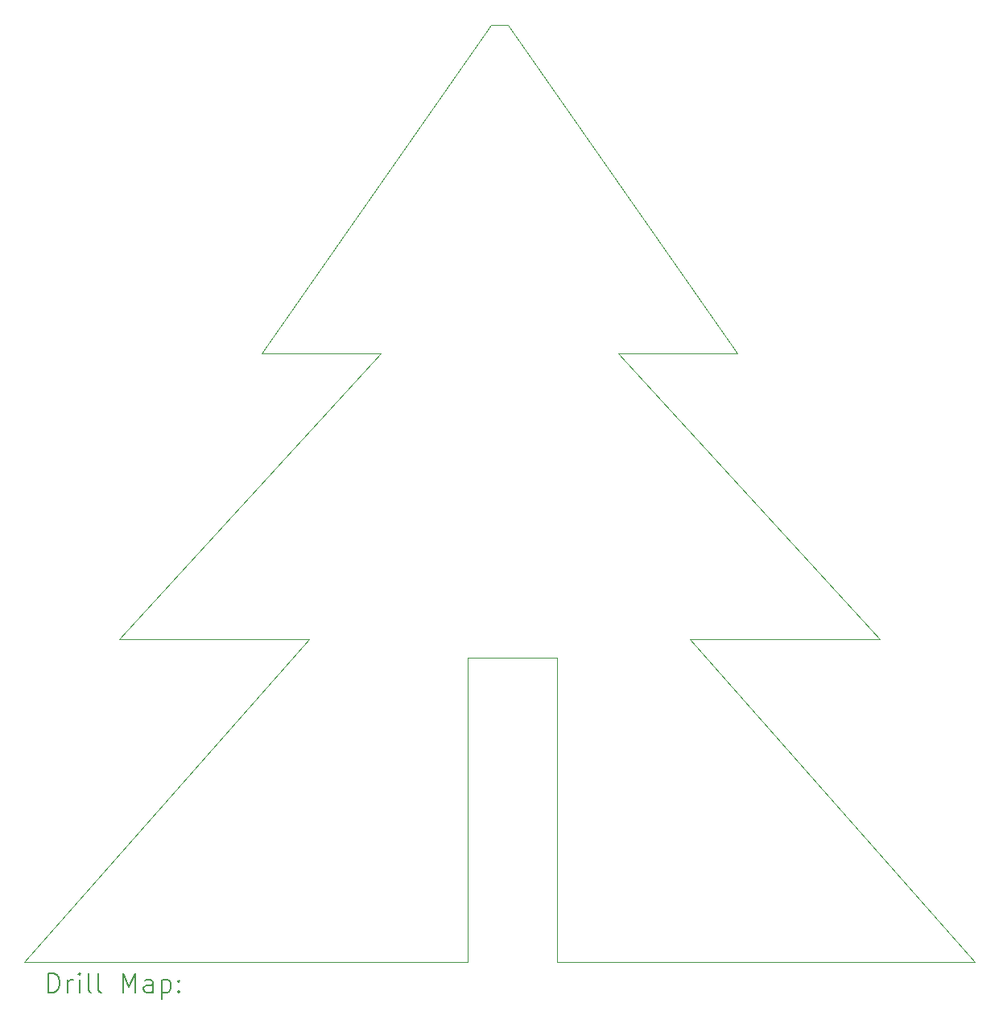
<source format=gbr>
%TF.GenerationSoftware,KiCad,Pcbnew,7.0.8*%
%TF.CreationDate,2024-10-12T14:27:08+02:00*%
%TF.ProjectId,PCB_Christmas_Tree,5043425f-4368-4726-9973-746d61735f54,rev?*%
%TF.SameCoordinates,Original*%
%TF.FileFunction,Drillmap*%
%TF.FilePolarity,Positive*%
%FSLAX45Y45*%
G04 Gerber Fmt 4.5, Leading zero omitted, Abs format (unit mm)*
G04 Created by KiCad (PCBNEW 7.0.8) date 2024-10-12 14:27:08*
%MOMM*%
%LPD*%
G01*
G04 APERTURE LIST*
%ADD10C,0.100000*%
%ADD11C,0.200000*%
G04 APERTURE END LIST*
D10*
X11682300Y-10809800D02*
X14682300Y-14209800D01*
X9346700Y-11009800D02*
X9346700Y-14208400D01*
X10932300Y-7809800D02*
X13682300Y-10809800D01*
X8432300Y-7809800D02*
X5682300Y-10809800D01*
X10282300Y-14209800D02*
X10282300Y-11009800D01*
X9772300Y-4349800D02*
X9592300Y-4349800D01*
X9772300Y-4349800D02*
X12182300Y-7809800D01*
X9592300Y-4349800D02*
X7182300Y-7809800D01*
X7182300Y-7809800D02*
X8432300Y-7809800D01*
X10282300Y-14209800D02*
X14682300Y-14209800D01*
X7682300Y-10809800D02*
X4682300Y-14209800D01*
X13682300Y-10809800D02*
X11682300Y-10809800D01*
X4682300Y-14209800D02*
X9346700Y-14208400D01*
X7682300Y-10809800D02*
X5682300Y-10809800D01*
X10282300Y-11009800D02*
X9346700Y-11009800D01*
X10932300Y-7809800D02*
X12182300Y-7809800D01*
D11*
X4938077Y-14526284D02*
X4938077Y-14326284D01*
X4938077Y-14326284D02*
X4985696Y-14326284D01*
X4985696Y-14326284D02*
X5014267Y-14335808D01*
X5014267Y-14335808D02*
X5033315Y-14354855D01*
X5033315Y-14354855D02*
X5042839Y-14373903D01*
X5042839Y-14373903D02*
X5052363Y-14411998D01*
X5052363Y-14411998D02*
X5052363Y-14440569D01*
X5052363Y-14440569D02*
X5042839Y-14478665D01*
X5042839Y-14478665D02*
X5033315Y-14497712D01*
X5033315Y-14497712D02*
X5014267Y-14516760D01*
X5014267Y-14516760D02*
X4985696Y-14526284D01*
X4985696Y-14526284D02*
X4938077Y-14526284D01*
X5138077Y-14526284D02*
X5138077Y-14392950D01*
X5138077Y-14431046D02*
X5147601Y-14411998D01*
X5147601Y-14411998D02*
X5157124Y-14402474D01*
X5157124Y-14402474D02*
X5176172Y-14392950D01*
X5176172Y-14392950D02*
X5195220Y-14392950D01*
X5261886Y-14526284D02*
X5261886Y-14392950D01*
X5261886Y-14326284D02*
X5252363Y-14335808D01*
X5252363Y-14335808D02*
X5261886Y-14345331D01*
X5261886Y-14345331D02*
X5271410Y-14335808D01*
X5271410Y-14335808D02*
X5261886Y-14326284D01*
X5261886Y-14326284D02*
X5261886Y-14345331D01*
X5385696Y-14526284D02*
X5366648Y-14516760D01*
X5366648Y-14516760D02*
X5357124Y-14497712D01*
X5357124Y-14497712D02*
X5357124Y-14326284D01*
X5490458Y-14526284D02*
X5471410Y-14516760D01*
X5471410Y-14516760D02*
X5461886Y-14497712D01*
X5461886Y-14497712D02*
X5461886Y-14326284D01*
X5719029Y-14526284D02*
X5719029Y-14326284D01*
X5719029Y-14326284D02*
X5785696Y-14469141D01*
X5785696Y-14469141D02*
X5852362Y-14326284D01*
X5852362Y-14326284D02*
X5852362Y-14526284D01*
X6033315Y-14526284D02*
X6033315Y-14421522D01*
X6033315Y-14421522D02*
X6023791Y-14402474D01*
X6023791Y-14402474D02*
X6004743Y-14392950D01*
X6004743Y-14392950D02*
X5966648Y-14392950D01*
X5966648Y-14392950D02*
X5947601Y-14402474D01*
X6033315Y-14516760D02*
X6014267Y-14526284D01*
X6014267Y-14526284D02*
X5966648Y-14526284D01*
X5966648Y-14526284D02*
X5947601Y-14516760D01*
X5947601Y-14516760D02*
X5938077Y-14497712D01*
X5938077Y-14497712D02*
X5938077Y-14478665D01*
X5938077Y-14478665D02*
X5947601Y-14459617D01*
X5947601Y-14459617D02*
X5966648Y-14450093D01*
X5966648Y-14450093D02*
X6014267Y-14450093D01*
X6014267Y-14450093D02*
X6033315Y-14440569D01*
X6128553Y-14392950D02*
X6128553Y-14592950D01*
X6128553Y-14402474D02*
X6147601Y-14392950D01*
X6147601Y-14392950D02*
X6185696Y-14392950D01*
X6185696Y-14392950D02*
X6204743Y-14402474D01*
X6204743Y-14402474D02*
X6214267Y-14411998D01*
X6214267Y-14411998D02*
X6223791Y-14431046D01*
X6223791Y-14431046D02*
X6223791Y-14488188D01*
X6223791Y-14488188D02*
X6214267Y-14507236D01*
X6214267Y-14507236D02*
X6204743Y-14516760D01*
X6204743Y-14516760D02*
X6185696Y-14526284D01*
X6185696Y-14526284D02*
X6147601Y-14526284D01*
X6147601Y-14526284D02*
X6128553Y-14516760D01*
X6309505Y-14507236D02*
X6319029Y-14516760D01*
X6319029Y-14516760D02*
X6309505Y-14526284D01*
X6309505Y-14526284D02*
X6299982Y-14516760D01*
X6299982Y-14516760D02*
X6309505Y-14507236D01*
X6309505Y-14507236D02*
X6309505Y-14526284D01*
X6309505Y-14402474D02*
X6319029Y-14411998D01*
X6319029Y-14411998D02*
X6309505Y-14421522D01*
X6309505Y-14421522D02*
X6299982Y-14411998D01*
X6299982Y-14411998D02*
X6309505Y-14402474D01*
X6309505Y-14402474D02*
X6309505Y-14421522D01*
M02*

</source>
